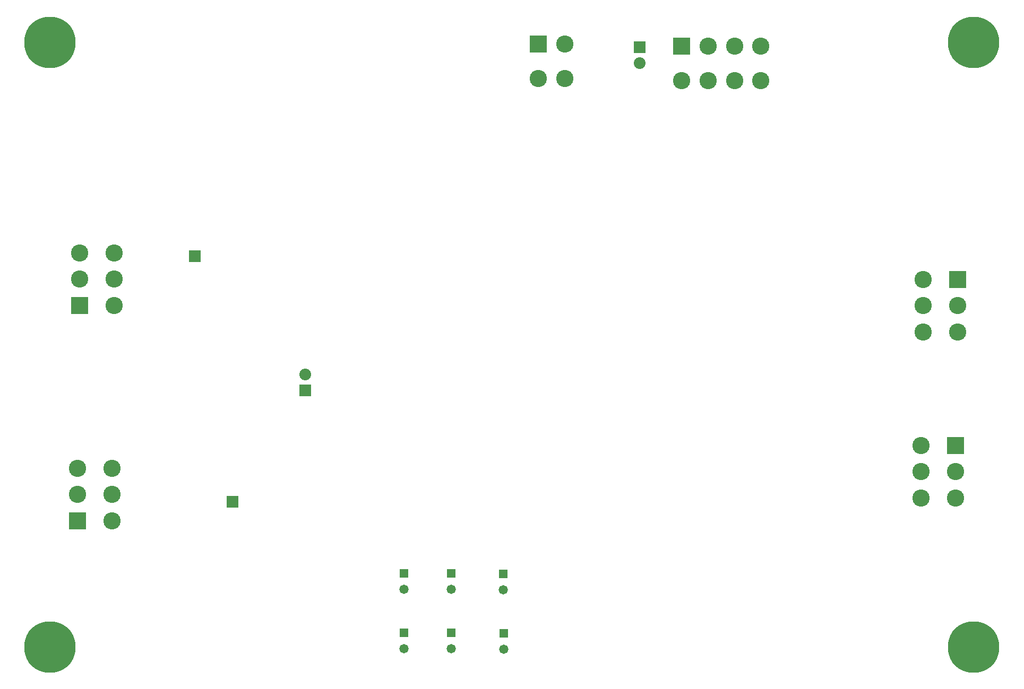
<source format=gbs>
G04 Layer_Color=16711935*
%FSLAX44Y44*%
%MOMM*%
G71*
G01*
G75*
%ADD64R,2.7432X2.7432*%
%ADD73R,1.9812X1.9812*%
%ADD74C,1.4732*%
%ADD75R,1.4732X1.4732*%
%ADD76C,2.7432*%
%ADD77R,2.7432X2.7432*%
%ADD78R,1.8732X1.8732*%
%ADD79C,1.8732*%
%ADD80C,8.2000*%
D64*
X-516400Y1009900D02*
D03*
X-745400Y1012900D02*
D03*
D73*
X-1233400Y282400D02*
D03*
X-1293400Y674700D02*
D03*
D74*
X-800000Y47300D02*
D03*
X-959400Y142700D02*
D03*
X-884400D02*
D03*
X-959400Y47700D02*
D03*
X-884400D02*
D03*
X-801000Y142300D02*
D03*
D75*
X-800000Y72700D02*
D03*
X-959400Y168100D02*
D03*
X-884400D02*
D03*
X-959400Y73100D02*
D03*
X-884400D02*
D03*
X-801000Y167700D02*
D03*
D76*
X-474400Y1009900D02*
D03*
X-432400D02*
D03*
X-390400D02*
D03*
X-516400Y954900D02*
D03*
X-474400D02*
D03*
X-432400D02*
D03*
X-390400D02*
D03*
X-134900Y372400D02*
D03*
Y330400D02*
D03*
X-79900D02*
D03*
Y288400D02*
D03*
X-134900D02*
D03*
X-703400Y957900D02*
D03*
X-745400D02*
D03*
X-703400Y1012900D02*
D03*
X-1421900Y679700D02*
D03*
X-1476900D02*
D03*
Y637700D02*
D03*
X-1421900D02*
D03*
Y595700D02*
D03*
X-1425300Y252200D02*
D03*
Y294200D02*
D03*
X-1480300D02*
D03*
Y336200D02*
D03*
X-1425300D02*
D03*
X-131900Y553400D02*
D03*
X-76900D02*
D03*
Y595400D02*
D03*
X-131900D02*
D03*
Y637400D02*
D03*
D77*
X-79900Y372400D02*
D03*
X-1476900Y595700D02*
D03*
X-1480300Y252200D02*
D03*
X-76900Y637400D02*
D03*
D78*
X-583400Y1008400D02*
D03*
X-1116800Y460700D02*
D03*
D79*
X-583400Y983000D02*
D03*
X-1116800Y486100D02*
D03*
D80*
X-50800Y50800D02*
D03*
Y1016000D02*
D03*
X-1524000D02*
D03*
Y50800D02*
D03*
M02*

</source>
